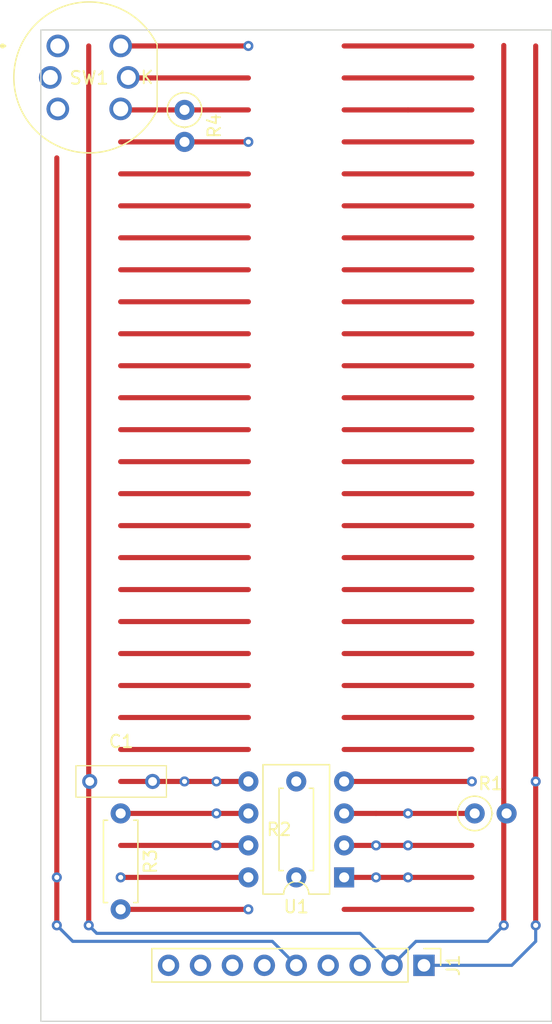
<source format=kicad_pcb>
(kicad_pcb (version 20221018) (generator pcbnew)
  (title_block (title "Eurorack ProtoModule") (date "2021-10-06") (rev "1.0") (company "Len Popp") (comment 1 "Copyright © 2023 Len Popp CC BY") (comment 2 "Layout design for my custom Eurorack breadboard prototyping module"))
  (layers (0 "F.Cu" signal) (1 "In1.Cu" jumper "Wire1.Cu") (2 "In2.Cu" jumper "Wire2.Cu") (3 "In3.Cu" jumper "Wire3.Cu") (4 "In4.Cu" jumper "Wire4.Cu") (31 "B.Cu" signal) (34 "B.Paste" user) (35 "F.Paste" user) (36 "B.SilkS" user "B.Silkscreen") (37 "F.SilkS" user "F.Silkscreen") (38 "B.Mask" user) (39 "F.Mask" user) (44 "Edge.Cuts" user))
  (net 0 "")
  (net 1 "+12V")
  (net 2 "GND")
  (net 3 "-12V")
  (net 4 "+5V")
  (net 6 "IN-OUT-1")
  (net 7 "IN-OUT-2")
  (net 8 "Net-(U1B-+)")
  (net 9 "Net-(U1A--)")
  (net 10 "Net-(U1B--)")
  (net 11 "Net-(R4-Pad1)")
  (net 15 "unconnected-(SW1-K-Pad6)")
  (footprint "Connector_PinHeader_2.54mm:PinHeader_1x09_P2.54mm_Vertical" (layer "F.Cu") (at 113.03 98.425 -90)
    (fp_text reference "J1" (at 0 -2.33 90) (layer "F.SilkS"))
    (fp_text value "Conn_01x09")
    (fp_line (start -1.33 -1.33) (end 0 -1.33) (stroke (width 0.12)) (layer "F.SilkS"))
    (fp_line (start -1.33 0) (end -1.33 -1.33) (stroke (width 0.12)) (layer "F.SilkS"))
    (fp_line (start -1.33 1.27) (end -1.33 21.65) (stroke (width 0.12)) (layer "F.SilkS"))
    (fp_line (start -1.33 1.27) (end 1.33 1.27) (stroke (width 0.12)) (layer "F.SilkS"))
    (fp_line (start -1.33 21.65) (end 1.33 21.65) (stroke (width 0.12)) (layer "F.SilkS"))
    (fp_line (start 1.33 1.27) (end 1.33 21.65) (stroke (width 0.12)) (layer "F.SilkS"))
    (pad "1" thru_hole rect (at 0 0 270) (size 1.7 1.7) (drill 1) (layers "*.Cu" "*.Mask") (net 3 "-12V"))
    (pad "2" thru_hole oval (at 0 2.54 270) (size 1.7 1.7) (drill 1) (layers "*.Cu" "*.Mask") (net 2 "GND"))
    (pad "3" thru_hole oval (at 0 5.08 270) (size 1.7 1.7) (drill 1) (layers "*.Cu" "*.Mask") (net 7 "IN-OUT-2"))
    (pad "4" thru_hole oval (at 0 7.62 270) (size 1.7 1.7) (drill 1) (layers "*.Cu" "*.Mask") (net 6 "IN-OUT-1"))
    (pad "5" thru_hole oval (at 0 10.16 270) (size 1.7 1.7) (drill 1) (layers "*.Cu" "*.Mask") (net 1 "+12V"))
    (pad "6" thru_hole oval (at 0 12.7 270) (size 1.7 1.7) (drill 1) (layers "*.Cu" "*.Mask"))
    (pad "7" thru_hole oval (at 0 15.24 270) (size 1.7 1.7) (drill 1) (layers "*.Cu" "*.Mask") (net 4 "+5V"))
    (pad "8" thru_hole oval (at 0 17.78 270) (size 1.7 1.7) (drill 1) (layers "*.Cu" "*.Mask"))
    (pad "9" thru_hole oval (at 0 20.32 270) (size 1.7 1.7) (drill 1) (layers "*.Cu" "*.Mask"))
  )
  (footprint "-lmp-misc:R_Axial_DIN0207_L6.3mm_D2.5mm_P7.62mm_Horizontal" (layer "F.Cu") (at 102.87 91.44 90)
    (fp_text reference "R2" (at 3.81 -1.37 180) (layer "F.SilkS"))
    (fp_text value "1M")
    (fp_line (start 0.54 -1.37) (end 7.08 -1.37) (stroke (width 0.12)) (layer "F.SilkS"))
    (fp_line (start 0.54 -1.04) (end 0.54 -1.37) (stroke (width 0.12)) (layer "F.SilkS"))
    (fp_line (start 0.54 1.04) (end 0.54 1.37) (stroke (width 0.12)) (layer "F.SilkS"))
    (fp_line (start 0.54 1.37) (end 7.08 1.37) (stroke (width 0.12)) (layer "F.SilkS"))
    (fp_line (start 7.08 -1.37) (end 7.08 -1.04) (stroke (width 0.12)) (layer "F.SilkS"))
    (fp_line (start 7.08 1.37) (end 7.08 1.04) (stroke (width 0.12)) (layer "F.SilkS"))
    (pad "1" thru_hole circle (at 0 0 90) (size 1.6 1.6) (drill 0.8) (layers "*.Cu" "*.Mask") (net 9 "Net-(U1A--)"))
    (pad "2" thru_hole oval (at 7.62 0 90) (size 1.6 1.6) (drill 0.8) (layers "*.Cu" "*.Mask") (net 8 "Net-(U1B-+)"))
  )
  (footprint "-lmp-stripboard:SB_Gen_3" (layer "F.Cu") (at 88.9 86.36 -90)
    (fp_text reference "R3" (at 3.81 -2.37 -90) (layer "F.SilkS"))
    (fp_text value "1K")
    (fp_line (start 0.54 -1.37) (end 7.08 -1.37) (stroke (width 0.12)) (layer "F.SilkS"))
    (fp_line (start 0.54 -1.04) (end 0.54 -1.37) (stroke (width 0.12)) (layer "F.SilkS"))
    (fp_line (start 0.54 1.04) (end 0.54 1.37) (stroke (width 0.12)) (layer "F.SilkS"))
    (fp_line (start 0.54 1.37) (end 7.08 1.37) (stroke (width 0.12)) (layer "F.SilkS"))
    (fp_line (start 7.08 -1.37) (end 7.08 -1.04) (stroke (width 0.12)) (layer "F.SilkS"))
    (fp_line (start 7.08 1.37) (end 7.08 1.04) (stroke (width 0.12)) (layer "F.SilkS"))
    (pad "1" thru_hole circle (at 0 0 270) (size 1.6 1.6) (drill 0.8) (layers "*.Cu" "*.Mask") (net 10 "Net-(U1B--)"))
    (pad "2" thru_hole oval (at 7.62 0 270) (size 1.6 1.6) (drill 0.8) (layers "*.Cu" "*.Mask") (net 7 "IN-OUT-2"))
  )
  (footprint "-lmp-stripboard:SB_Gen_1" (layer "F.Cu") (at 93.98 30.48 -90)
    (fp_text reference "R4" (at 1.27 -2.37 90) (layer "F.SilkS"))
    (fp_text value "200R")
    (fp_line (start 1.37 0) (end 1.44 0) (stroke (width 0.12)) (layer "F.SilkS"))
    (fp_circle (center 0 0) (end 1.37 0) (stroke (width 0.12)) (fill none) (layer "F.SilkS"))
    (pad "1" thru_hole circle (at 0 0 270) (size 1.6 1.6) (drill 0.8) (layers "*.Cu" "*.Mask") (net 11 "Net-(R4-Pad1)"))
    (pad "2" thru_hole oval (at 2.54 0 270) (size 1.6 1.6) (drill 0.8) (layers "*.Cu" "*.Mask") (net 8 "Net-(U1B-+)"))
  )
  (footprint "Package_DIP:DIP-8_W7.62mm" (layer "F.Cu") (at 106.68 91.44 180)
    (fp_text reference "U1" (at 3.81 -2.33) (layer "F.SilkS"))
    (fp_text value "TL072")
    (fp_line (start 1.16 -1.33) (end 1.16 8.95) (stroke (width 0.12)) (layer "F.SilkS"))
    (fp_line (start 1.16 8.95) (end 6.46 8.95) (stroke (width 0.12)) (layer "F.SilkS"))
    (fp_line (start 2.81 -1.33) (end 1.16 -1.33) (stroke (width 0.12)) (layer "F.SilkS"))
    (fp_line (start 6.46 -1.33) (end 4.81 -1.33) (stroke (width 0.12)) (layer "F.SilkS"))
    (fp_line (start 6.46 8.95) (end 6.46 -1.33) (stroke (width 0.12)) (layer "F.SilkS"))
    (fp_arc (start 4.81 -1.33) (mid 3.81 -0.33) (end 2.81 -1.33) (stroke (width 0.12)) (layer "F.SilkS"))
    (pad "1" thru_hole rect (at 0 0 180) (size 1.6 1.6) (drill 0.8) (layers "*.Cu" "*.Mask") (net 9 "Net-(U1A--)"))
    (pad "2" thru_hole oval (at 0 2.54 180) (size 1.6 1.6) (drill 0.8) (layers "*.Cu" "*.Mask") (net 9 "Net-(U1A--)"))
    (pad "3" thru_hole oval (at 0 5.08 180) (size 1.6 1.6) (drill 0.8) (layers "*.Cu" "*.Mask") (net 6 "IN-OUT-1"))
    (pad "4" thru_hole oval (at 0 7.62 180) (size 1.6 1.6) (drill 0.8) (layers "*.Cu" "*.Mask") (net 3 "-12V"))
    (pad "5" thru_hole oval (at 7.62 7.62 180) (size 1.6 1.6) (drill 0.8) (layers "*.Cu" "*.Mask") (net 8 "Net-(U1B-+)"))
    (pad "6" thru_hole oval (at 7.62 5.08 180) (size 1.6 1.6) (drill 0.8) (layers "*.Cu" "*.Mask") (net 10 "Net-(U1B--)"))
    (pad "7" thru_hole oval (at 7.62 2.54 180) (size 1.6 1.6) (drill 0.8) (layers "*.Cu" "*.Mask") (net 10 "Net-(U1B--)"))
    (pad "8" thru_hole oval (at 7.62 0 180) (size 1.6 1.6) (drill 0.8) (layers "*.Cu" "*.Mask") (net 1 "+12V"))
  )
  (footprint "-lmp-synth:SW_Push_LED_C&K_D6R" (layer "F.Cu") (at 83.9 25.4)
    (fp_text reference "SW1" (at 2.491599 2.54) (layer "F.SilkS") (effects (font (size 1.016 1.016) (thickness 0.1524))))
    (fp_text value "SW_Push" hide)
    (fp_text user "K" (at 7.1 2.5 unlocked) (layer "F.SilkS"))
    (fp_line (start -4.3 0) (end -4.3 0) (stroke (width 0.2)) (layer "F.SilkS"))
    (fp_line (start -4.2 0) (end -4.2 0) (stroke (width 0.2)) (layer "F.SilkS"))
    (fp_line (start 7.9 -0.1) (end 7.9 5.15) (stroke (width 0.1)) (layer "F.SilkS"))
    (fp_arc (start -4.5 0) (mid -4.4 -0.1) (end -4.3 0) (stroke (width 0.2)) (layer "F.SilkS"))
    (fp_arc (start -4.3 0) (mid -4.4 0.1) (end -4.5 0) (stroke (width 0.2)) (layer "F.SilkS"))
    (fp_arc (start 7.899999 5.1) (mid -3.497893 2.5) (end 7.899999 -0.1) (stroke (width 0.12)) (layer "F.SilkS"))
    (pad "1" thru_hole circle (at 0 0) (size 1.8 1.8) (drill 1.2) (layers "*.Cu" "*.Mask"))
    (pad "2" thru_hole circle (at 5 0) (size 1.8 1.8) (drill 1.2) (layers "*.Cu" "*.Mask") (net 9 "Net-(U1A--)"))
    (pad "3" thru_hole circle (at 0 5) (size 1.8 1.8) (drill 1.2) (layers "*.Cu" "*.Mask"))
    (pad "4" thru_hole circle (at 5 5) (size 1.8 1.8) (drill 1.2) (layers "*.Cu" "*.Mask") (net 11 "Net-(R4-Pad1)"))
    (pad "5" thru_hole circle (at -0.6 2.5) (size 1.8 1.8) (drill 1.2) (layers "*.Cu" "*.Mask"))
    (pad "6" thru_hole circle (at 5.6 2.5) (size 1.8 1.8) (drill 1.2) (layers "*.Cu" "*.Mask") (net 15 "unconnected-(SW1-K-Pad6)"))
  )
  (footprint "-lmp-misc:C_Rect_Kemet_L7.2mm_W2.5mm_P5mm" (layer "F.Cu") (at 91.44 83.82 180)
    (fp_text reference "C1" (at 2.5 3.175) (layer "F.SilkS"))
    (fp_text value "1N" hide)
    (fp_line (start -1.1 -1.25) (end 6.1 -1.25) (stroke (width 0.1)) (layer "F.SilkS"))
    (fp_line (start -1.1 1.25) (end -1.1 -1.25) (stroke (width 0.1)) (layer "F.SilkS"))
    (fp_line (start 6.1 -1.25) (end 6.1 1.25) (stroke (width 0.1)) (layer "F.SilkS"))
    (fp_line (start 6.1 1.25) (end -1.1 1.25) (stroke (width 0.1)) (layer "F.SilkS"))
    (pad "1" thru_hole circle (at 0 0 180) (size 1.2 1.2) (drill 0.7) (layers "*.Cu" "*.Mask") (net 8 "Net-(U1B-+)"))
    (pad "2" thru_hole circle (at 5 0 180) (size 1.2 1.2) (drill 0.7) (layers "*.Cu" "*.Mask") (net 2 "GND"))
  )
  (footprint "-lmp-stripboard:SB_Gen_1" (layer "F.Cu") (at 117.065 86.36)
    (fp_text reference "R1" (at 1.27 -2.37) (layer "F.SilkS"))
    (fp_text value "100K")
    (fp_line (start 1.37 0) (end 1.44 0) (stroke (width 0.12)) (layer "F.SilkS"))
    (fp_circle (center 0 0) (end 1.37 0) (stroke (width 0.12)) (fill none) (layer "F.SilkS"))
    (pad "1" thru_hole circle (at 0 0) (size 1.6 1.6) (drill 0.8) (layers "*.Cu" "*.Mask") (net 6 "IN-OUT-1"))
    (pad "2" thru_hole oval (at 2.54 0) (size 1.6 1.6) (drill 0.8) (layers "*.Cu" "*.Mask") (net 2 "GND"))
  )
  (gr_line (start 123.19 102.87) (end 82.55 102.87) (stroke (width 0.1)) (layer "Edge.Cuts"))
  (gr_line (start 123.19 24.13) (end 123.19 102.87) (stroke (width 0.1)) (layer "Edge.Cuts"))
  (gr_line (start 82.55 102.87) (end 82.55 24.13) (stroke (width 0.1)) (layer "Edge.Cuts"))
  (gr_line (start 82.55 24.13) (end 123.19 24.13) (stroke (width 0.1)) (layer "Edge.Cuts"))
  (segment (start 99.06 38.1) (end 88.9 38.1) (width 0.4064) (layer "F.Cu") (net 0))
  (segment (start 99.06 78.74) (end 88.9 78.74) (width 0.4064) (layer "F.Cu") (net 0))
  (segment (start 99.06 58.42) (end 88.9 58.42) (width 0.4064) (layer "F.Cu") (net 0))
  (segment (start 99.06 48.26) (end 88.9 48.26) (width 0.4064) (layer "F.Cu") (net 0))
  (segment (start 99.06 60.96) (end 88.9 60.96) (width 0.4064) (layer "F.Cu") (net 0))
  (segment (start 99.06 40.64) (end 88.9 40.64) (width 0.4064) (layer "F.Cu") (net 0))
  (segment (start 99.06 50.8) (end 88.9 50.8) (width 0.4064) (layer "F.Cu") (net 0))
  (segment (start 116.84 78.74) (end 106.68 78.74) (width 0.4064) (layer "F.Cu") (net 0))
  (segment (start 99.06 55.88) (end 88.9 55.88) (width 0.4064) (layer "F.Cu") (net 0))
  (segment (start 99.06 43.18) (end 88.9 43.18) (width 0.4064) (layer "F.Cu") (net 0))
  (segment (start 116.84 73.66) (end 106.68 73.66) (width 0.4064) (layer "F.Cu") (net 0))
  (segment (start 99.06 68.58) (end 88.9 68.58) (width 0.4064) (layer "F.Cu") (net 0))
  (segment (start 99.06 71.12) (end 88.9 71.12) (width 0.4064) (layer "F.Cu") (net 0))
  (segment (start 99.06 45.72) (end 88.9 45.72) (width 0.4064) (layer "F.Cu") (net 0))
  (segment (start 99.06 63.5) (end 88.9 63.5) (width 0.4064) (layer "F.Cu") (net 0))
  (segment (start 116.84 66.04) (end 106.68 66.04) (width 0.4064) (layer "F.Cu") (net 0))
  (segment (start 99.06 73.66) (end 88.9 73.66) (width 0.4064) (layer "F.Cu") (net 0))
  (segment (start 116.84 40.64) (end 106.68 40.64) (width 0.4064) (layer "F.Cu") (net 0))
  (segment (start 99.06 76.2) (end 88.9 76.2) (width 0.4064) (layer "F.Cu") (net 0))
  (segment (start 116.84 81.28) (end 106.68 81.28) (width 0.4064) (layer "F.Cu") (net 0))
  (segment (start 99.06 81.28) (end 88.9 81.28) (width 0.4064) (layer "F.Cu") (net 0))
  (segment (start 99.06 35.56) (end 88.9 35.56) (width 0.4064) (layer "F.Cu") (net 0))
  (segment (start 99.06 53.34) (end 88.9 53.34) (width 0.4064) (layer "F.Cu") (net 0))
  (segment (start 116.84 93.98) (end 106.68 93.98) (width 0.4064) (layer "F.Cu") (net 0))
  (segment (start 99.06 66.04) (end 88.9 66.04) (width 0.4064) (layer "F.Cu") (net 0))
  (segment (start 116.84 50.8) (end 106.68 50.8) (width 0.4064) (layer "F.Cu") (net 0))
  (segment (start 116.84 43.18) (end 106.68 43.18) (width 0.4064) (layer "F.Cu") (net 0))
  (segment (start 116.84 76.2) (end 106.68 76.2) (width 0.4064) (layer "F.Cu") (net 0))
  (segment (start 116.84 25.4) (end 106.68 25.4) (width 0.4064) (layer "F.Cu") (net 0))
  (segment (start 116.84 27.94) (end 106.68 27.94) (width 0.4064) (layer "F.Cu") (net 0))
  (segment (start 116.84 35.56) (end 106.68 35.56) (width 0.4064) (layer "F.Cu") (net 0))
  (segment (start 116.84 60.96) (end 106.68 60.96) (width 0.4064) (layer "F.Cu") (net 0))
  (segment (start 116.84 38.1) (end 106.68 38.1) (width 0.4064) (layer "F.Cu") (net 0))
  (segment (start 116.84 53.34) (end 106.68 53.34) (width 0.4064) (layer "F.Cu") (net 0))
  (segment (start 116.84 68.58) (end 106.68 68.58) (width 0.4064) (layer "F.Cu") (net 0))
  (segment (start 116.84 30.48) (end 111.76 30.48) (width 0.4064) (layer "F.Cu") (net 0))
  (segment (start 116.84 33.02) (end 106.68 33.02) (width 0.4064) (layer "F.Cu") (net 0))
  (segment (start 116.84 71.12) (end 106.68 71.12) (width 0.4064) (layer "F.Cu") (net 0))
  (segment (start 116.84 55.88) (end 106.68 55.88) (width 0.4064) (layer "F.Cu") (net 0))
  (segment (start 116.84 45.72) (end 106.68 45.72) (width 0.4064) (layer "F.Cu") (net 0))
  (segment (start 116.84 63.5) (end 106.68 63.5) (width 0.4064) (layer "F.Cu") (net 0))
  (segment (start 116.84 58.42) (end 106.68 58.42) (width 0.4064) (layer "F.Cu") (net 0))
  (segment (start 116.84 48.26) (end 106.68 48.26) (width 0.4064) (layer "F.Cu") (net 0))
  (segment (start 111.76 30.48) (end 106.68 30.48) (width 0.4064) (layer "F.Cu") (net 0))
  (segment (start 99.06 91.44) (end 88.9 91.44) (width 0.4064) (layer "F.Cu") (net 1))
  (segment (start 83.82 95.25) (end 83.82 95.25) (width 0.4064) (layer "F.Cu") (net 1))
  (segment (start 83.82 34.29) (end 83.82 91.44) (width 0.4064) (layer "F.Cu") (net 1))
  (segment (start 83.82 91.44) (end 83.82 95.25) (width 0.4064) (layer "F.Cu") (net 1))
  (via (at 83.82 91.44) (size 0.8) (drill 0.4) (layers "F.Cu" "B.Cu") (net 1))
  (via (at 83.82 95.25) (size 0.8) (drill 0.4) (layers "F.Cu" "B.Cu") (net 1))
  (via (at 88.9 91.44) (size 0.8) (drill 0.4) (layers "F.Cu" "B.Cu") (net 1))
  (segment (start 102.87 98.425) (end 100.965 96.52) (width 0.25) (layer "B.Cu") (net 1))
  (segment (start 85.09 96.52) (end 84.219999 95.649999) (width 0.25) (layer "B.Cu") (net 1))
  (segment (start 100.965 96.52) (end 85.09 96.52) (width 0.25) (layer "B.Cu") (net 1))
  (segment (start 84.219999 95.649999) (end 83.82 95.25) (width 0.25) (layer "B.Cu") (net 1))
  (segment (start 86.36 25.4) (end 86.36 95.25) (width 0.4064) (layer "F.Cu") (net 2))
  (segment (start 119.38 25.36) (end 119.38 95.25) (width 0.4064) (layer "F.Cu") (net 2))
  (segment (start 119.38 95.25) (end 119.38 95.25) (width 0.4064) (layer "F.Cu") (net 2))
  (segment (start 86.36 95.25) (end 86.36 95.25) (width 0.4064) (layer "F.Cu") (net 2))
  (via (at 119.38 95.25) (size 0.8) (drill 0.4) (layers "F.Cu" "B.Cu") (net 2))
  (via (at 86.36 95.25) (size 0.8) (drill 0.4) (layers "F.Cu" "B.Cu") (net 2))
  (segment (start 86.36 95.25) (end 86.995 95.885) (width 0.25) (layer "B.Cu") (net 2))
  (segment (start 107.95 95.885) (end 110.49 98.425) (width 0.25) (layer "B.Cu") (net 2))
  (segment (start 112.395 96.52) (end 110.49 98.425) (width 0.25) (layer "B.Cu") (net 2))
  (segment (start 119.38 95.25) (end 118.11 96.52) (width 0.25) (layer "B.Cu") (net 2))
  (segment (start 118.11 96.52) (end 112.395 96.52) (width 0.25) (layer "B.Cu") (net 2))
  (segment (start 86.995 95.885) (end 107.95 95.885) (width 0.25) (layer "B.Cu") (net 2))
  (segment (start 121.92 25.4) (end 121.92 83.82) (width 0.4064) (layer "F.Cu") (net 3))
  (segment (start 116.84 83.82) (end 106.68 83.82) (width 0.4064) (layer "F.Cu") (net 3))
  (segment (start 121.92 95.25) (end 121.92 95.25) (width 0.4064) (layer "F.Cu") (net 3))
  (segment (start 121.92 83.82) (end 121.92 95.25) (width 0.4064) (layer "F.Cu") (net 3))
  (via (at 121.92 95.25) (size 0.8) (drill 0.4) (layers "F.Cu" "B.Cu") (net 3))
  (via (at 116.84 83.82) (size 0.8) (drill 0.4) (layers "F.Cu" "B.Cu") (net 3))
  (via (at 121.92 83.82) (size 0.8) (drill 0.4) (layers "F.Cu" "B.Cu") (net 3))
  (segment (start 121.92 95.25) (end 121.92 96.52) (width 0.25) (layer "B.Cu") (net 3))
  (segment (start 120.015 98.425) (end 113.03 98.425) (width 0.25) (layer "B.Cu") (net 3))
  (segment (start 121.92 96.52) (end 120.015 98.425) (width 0.25) (layer "B.Cu") (net 3))
  (segment (start 116.84 86.36) (end 111.76 86.36) (width 0.4064) (layer "F.Cu") (net 6))
  (segment (start 111.76 86.36) (end 109.22 86.36) (width 0.4064) (layer "F.Cu") (net 6))
  (segment (start 109.22 86.36) (end 106.68 86.36) (width 0.4064) (layer "F.Cu") (net 6))
  (via (at 111.76 86.36) (size 0.8) (drill 0.4) (layers "F.Cu" "B.Cu") (net 6))
  (segment (start 99.06 93.98) (end 88.9 93.98) (width 0.4064) (layer "F.Cu") (net 7))
  (via (at 99.06 93.98) (size 0.8) (drill 0.4) (layers "F.Cu" "B.Cu") (net 7))
  (segment (start 99.06 33.02) (end 88.9 33.02) (width 0.4064) (layer "F.Cu") (net 8))
  (segment (start 96.52 83.82) (end 93.98 83.82) (width 0.4064) (layer "F.Cu") (net 8))
  (segment (start 99.06 83.82) (end 96.52 83.82) (width 0.4064) (layer "F.Cu") (net 8))
  (segment (start 93.98 83.82) (end 88.9 83.82) (width 0.4064) (layer "F.Cu") (net 8))
  (via (at 93.98 83.82) (size 0.8) (drill 0.4) (layers "F.Cu" "B.Cu") (net 8))
  (via (at 99.06 33.02) (size 0.8) (drill 0.4) (layers "F.Cu" "B.Cu") (net 8))
  (via (at 96.52 83.82) (size 0.8) (drill 0.4) (layers "F.Cu" "B.Cu") (net 8))
  (segment (start 99.06 25.4) (end 88.9 25.4) (width 0.4064) (layer "F.Cu") (net 9))
  (segment (start 116.84 88.9) (end 111.76 88.9) (width 0.4064) (layer "F.Cu") (net 9))
  (segment (start 111.76 91.44) (end 109.22 91.44) (width 0.4064) (layer "F.Cu") (net 9))
  (segment (start 109.22 88.9) (end 106.68 88.9) (width 0.4064) (layer "F.Cu") (net 9))
  (segment (start 109.22 91.44) (end 106.68 91.44) (width 0.4064) (layer "F.Cu") (net 9))
  (segment (start 116.84 91.44) (end 111.76 91.44) (width 0.4064) (layer "F.Cu") (net 9))
  (segment (start 111.76 88.9) (end 109.22 88.9) (width 0.4064) (layer "F.Cu") (net 9))
  (via (at 99.06 25.4) (size 0.8) (drill 0.4) (layers "F.Cu" "B.Cu") (net 9))
  (via (at 111.76 91.44) (size 0.8) (drill 0.4) (layers "F.Cu" "B.Cu") (net 9))
  (via (at 109.22 91.44) (size 0.8) (drill 0.4) (layers "F.Cu" "B.Cu") (net 9))
  (via (at 109.22 88.9) (size 0.8) (drill 0.4) (layers "F.Cu" "B.Cu") (net 9))
  (via (at 111.76 88.9) (size 0.8) (drill 0.4) (layers "F.Cu" "B.Cu") (net 9))
  (segment (start 99.06 86.36) (end 96.52 86.36) (width 0.4064) (layer "F.Cu") (net 10))
  (segment (start 99.06 88.9) (end 96.52 88.9) (width 0.4064) (layer "F.Cu") (net 10))
  (segment (start 96.52 88.9) (end 88.9 88.9) (width 0.4064) (layer "F.Cu") (net 10))
  (segment (start 96.52 86.36) (end 88.9 86.36) (width 0.4064) (layer "F.Cu") (net 10))
  (via (at 96.52 88.9) (size 0.8) (drill 0.4) (layers "F.Cu" "B.Cu") (net 10))
  (via (at 96.52 86.36) (size 0.8) (drill 0.4) (layers "F.Cu" "B.Cu") (net 10))
  (segment (start 99.06 30.48) (end 88.9 30.48) (width 0.4064) (layer "F.Cu") (net 11))
  (segment (start 99.06 27.94) (end 88.9 27.94) (width 0.4064) (layer "F.Cu") (net 15))
)
</source>
